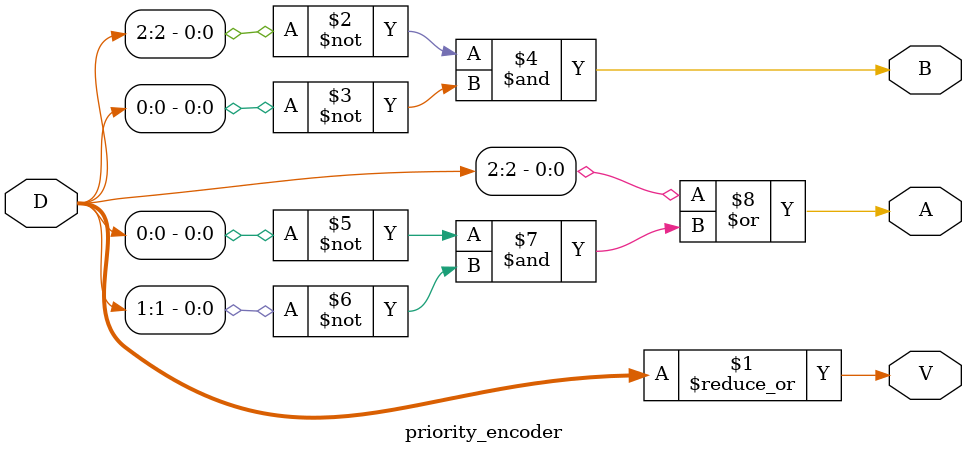
<source format=v>
`timescale 1ns / 1ps
module priority_encoder(
input [3:0]D,
output A,B,V
);
assign V = |D;
assign B = ((~D[2])&(~D[0]));
assign A = (D[2] | ((~D[0])&(~D[1])));
endmodule

</source>
